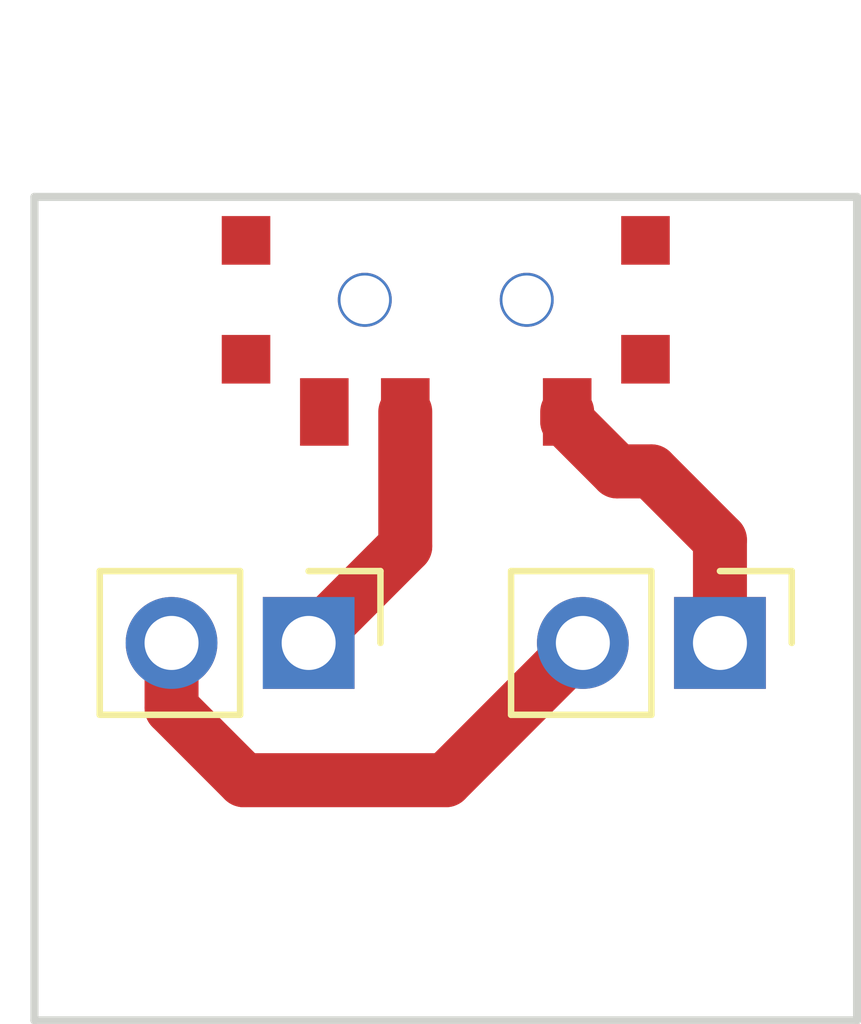
<source format=kicad_pcb>
(kicad_pcb (version 4) (host pcbnew 4.0.7)

  (general
    (links 3)
    (no_connects 0)
    (area 100.835 107.99 117.705 127.075001)
    (thickness 1.6)
    (drawings 4)
    (tracks 11)
    (zones 0)
    (modules 3)
    (nets 4)
  )

  (page A4)
  (layers
    (0 F.Cu signal)
    (31 B.Cu signal)
    (32 B.Adhes user)
    (33 F.Adhes user)
    (34 B.Paste user)
    (35 F.Paste user)
    (36 B.SilkS user)
    (37 F.SilkS user)
    (38 B.Mask user)
    (39 F.Mask user)
    (40 Dwgs.User user)
    (41 Cmts.User user)
    (42 Eco1.User user)
    (43 Eco2.User user)
    (44 Edge.Cuts user)
    (45 Margin user)
    (46 B.CrtYd user)
    (47 F.CrtYd user)
    (48 B.Fab user)
    (49 F.Fab user)
  )

  (setup
    (last_trace_width 1)
    (user_trace_width 1)
    (trace_clearance 0.2)
    (zone_clearance 0.508)
    (zone_45_only no)
    (trace_min 0.2)
    (segment_width 0.2)
    (edge_width 0.15)
    (via_size 0.6)
    (via_drill 0.4)
    (via_min_size 0.4)
    (via_min_drill 0.3)
    (uvia_size 0.3)
    (uvia_drill 0.1)
    (uvias_allowed no)
    (uvia_min_size 0.2)
    (uvia_min_drill 0.1)
    (pcb_text_width 0.3)
    (pcb_text_size 1.5 1.5)
    (mod_edge_width 0.15)
    (mod_text_size 1 1)
    (mod_text_width 0.15)
    (pad_size 1.524 1.524)
    (pad_drill 0.762)
    (pad_to_mask_clearance 0.2)
    (aux_axis_origin 0 0)
    (visible_elements FFFFFF7F)
    (pcbplotparams
      (layerselection 0x010f0_80000001)
      (usegerberextensions false)
      (excludeedgelayer true)
      (linewidth 0.100000)
      (plotframeref false)
      (viasonmask false)
      (mode 1)
      (useauxorigin false)
      (hpglpennumber 1)
      (hpglpenspeed 20)
      (hpglpendiameter 15)
      (hpglpenoverlay 2)
      (psnegative false)
      (psa4output false)
      (plotreference true)
      (plotvalue true)
      (plotinvisibletext false)
      (padsonsilk false)
      (subtractmaskfromsilk false)
      (outputformat 1)
      (mirror false)
      (drillshape 0)
      (scaleselection 1)
      (outputdirectory gerber/))
  )

  (net 0 "")
  (net 1 "Net-(J1-Pad1)")
  (net 2 "Net-(J1-Pad2)")
  (net 3 "Net-(J2-Pad1)")

  (net_class Default "This is the default net class."
    (clearance 0.2)
    (trace_width 0.25)
    (via_dia 0.6)
    (via_drill 0.4)
    (uvia_dia 0.3)
    (uvia_drill 0.1)
    (add_net "Net-(J1-Pad1)")
    (add_net "Net-(J1-Pad2)")
    (add_net "Net-(J2-Pad1)")
  )

  (net_class POWER ""
    (clearance 0.2)
    (trace_width 1)
    (via_dia 0.6)
    (via_drill 0.4)
    (uvia_dia 0.3)
    (uvia_drill 0.1)
  )

  (module E73:SPDT_C128955 (layer F.Cu) (tedit 5BA5227F) (tstamp 5BA5202F)
    (at 109.22 113.665)
    (path /5BA51E87)
    (fp_text reference SW1 (at 0.2 3.65) (layer F.SilkS) hide
      (effects (font (size 1 1) (thickness 0.15)))
    )
    (fp_text value SW_SPDT (at -0.05 -4.7) (layer F.Fab)
      (effects (font (size 1 1) (thickness 0.15)))
    )
    (fp_line (start 0 -3.85) (end 1.9 -3.85) (layer F.Fab) (width 0.15))
    (fp_line (start 1.9 -3.85) (end 1.95 -1.35) (layer F.Fab) (width 0.15))
    (fp_line (start 1.95 -1.35) (end -1.95 -1.35) (layer F.Fab) (width 0.15))
    (fp_line (start -1.95 -1.35) (end -1.95 -3.85) (layer F.Fab) (width 0.15))
    (fp_line (start -1.95 -3.85) (end 0 -3.85) (layer F.Fab) (width 0.15))
    (fp_line (start 0 -1.35) (end -3.3 -1.35) (layer F.Fab) (width 0.15))
    (fp_line (start -3.3 -1.35) (end -3.3 1.5) (layer F.Fab) (width 0.15))
    (fp_line (start -3.3 1.5) (end 3.3 1.5) (layer F.Fab) (width 0.15))
    (fp_line (start 3.3 1.5) (end 3.3 -1.35) (layer F.Fab) (width 0.15))
    (fp_line (start 0 -1.35) (end 3.3 -1.35) (layer F.Fab) (width 0.15))
    (pad "" np_thru_hole circle (at 1.5 0) (size 1 1) (drill 0.9) (layers *.Cu *.Mask))
    (pad "" np_thru_hole circle (at -1.5 0) (size 1 1) (drill 0.9) (layers *.Cu *.Mask))
    (pad 2 smd rect (at -0.75 2.075) (size 0.9 1.25) (layers F.Cu F.Paste F.Mask)
      (net 1 "Net-(J1-Pad1)"))
    (pad 3 smd rect (at -2.25 2.075) (size 0.9 1.25) (layers F.Cu F.Paste F.Mask))
    (pad 1 smd rect (at 2.25 2.075) (size 0.9 1.25) (layers F.Cu F.Paste F.Mask)
      (net 3 "Net-(J2-Pad1)"))
    (pad 0 smd rect (at 3.7 -1.1) (size 0.9 0.9) (layers F.Cu F.Paste F.Mask))
    (pad 0 smd rect (at 3.7 1.1) (size 0.9 0.9) (layers F.Cu F.Paste F.Mask))
    (pad 0 smd rect (at -3.7 1.1) (size 0.9 0.9) (layers F.Cu F.Paste F.Mask))
    (pad 0 smd rect (at -3.7 -1.1) (size 0.9 0.9) (layers F.Cu F.Paste F.Mask))
  )

  (module Pin_Headers:Pin_Header_Straight_1x02_Pitch2.54mm (layer F.Cu) (tedit 5BA52353) (tstamp 5BA5234B)
    (at 106.68 120.015 270)
    (descr "Through hole straight pin header, 1x02, 2.54mm pitch, single row")
    (tags "Through hole pin header THT 1x02 2.54mm single row")
    (path /5BA51F2B)
    (fp_text reference J1 (at 0 -2.33 270) (layer F.SilkS) hide
      (effects (font (size 1 1) (thickness 0.15)))
    )
    (fp_text value Conn_01x02 (at 0 4.87 270) (layer F.Fab)
      (effects (font (size 1 1) (thickness 0.15)))
    )
    (fp_line (start -0.635 -1.27) (end 1.27 -1.27) (layer F.Fab) (width 0.1))
    (fp_line (start 1.27 -1.27) (end 1.27 3.81) (layer F.Fab) (width 0.1))
    (fp_line (start 1.27 3.81) (end -1.27 3.81) (layer F.Fab) (width 0.1))
    (fp_line (start -1.27 3.81) (end -1.27 -0.635) (layer F.Fab) (width 0.1))
    (fp_line (start -1.27 -0.635) (end -0.635 -1.27) (layer F.Fab) (width 0.1))
    (fp_line (start -1.33 3.87) (end 1.33 3.87) (layer F.SilkS) (width 0.12))
    (fp_line (start -1.33 1.27) (end -1.33 3.87) (layer F.SilkS) (width 0.12))
    (fp_line (start 1.33 1.27) (end 1.33 3.87) (layer F.SilkS) (width 0.12))
    (fp_line (start -1.33 1.27) (end 1.33 1.27) (layer F.SilkS) (width 0.12))
    (fp_line (start -1.33 0) (end -1.33 -1.33) (layer F.SilkS) (width 0.12))
    (fp_line (start -1.33 -1.33) (end 0 -1.33) (layer F.SilkS) (width 0.12))
    (fp_line (start -1.8 -1.8) (end -1.8 4.35) (layer F.CrtYd) (width 0.05))
    (fp_line (start -1.8 4.35) (end 1.8 4.35) (layer F.CrtYd) (width 0.05))
    (fp_line (start 1.8 4.35) (end 1.8 -1.8) (layer F.CrtYd) (width 0.05))
    (fp_line (start 1.8 -1.8) (end -1.8 -1.8) (layer F.CrtYd) (width 0.05))
    (fp_text user %R (at 0 1.27 360) (layer F.Fab)
      (effects (font (size 1 1) (thickness 0.15)))
    )
    (pad 1 thru_hole rect (at 0 0 270) (size 1.7 1.7) (drill 1) (layers *.Cu *.Mask)
      (net 1 "Net-(J1-Pad1)"))
    (pad 2 thru_hole oval (at 0 2.54 270) (size 1.7 1.7) (drill 1) (layers *.Cu *.Mask)
      (net 2 "Net-(J1-Pad2)"))
    (model ${KISYS3DMOD}/Pin_Headers.3dshapes/Pin_Header_Straight_1x02_Pitch2.54mm.wrl
      (at (xyz 0 0 0))
      (scale (xyz 1 1 1))
      (rotate (xyz 0 0 0))
    )
  )

  (module Pin_Headers:Pin_Header_Straight_1x02_Pitch2.54mm (layer F.Cu) (tedit 5BA52359) (tstamp 5BA52350)
    (at 114.3 120.015 270)
    (descr "Through hole straight pin header, 1x02, 2.54mm pitch, single row")
    (tags "Through hole pin header THT 1x02 2.54mm single row")
    (path /5BA51ED4)
    (fp_text reference J2 (at 0 -2.33 270) (layer F.SilkS) hide
      (effects (font (size 1 1) (thickness 0.15)))
    )
    (fp_text value Conn_01x02 (at 0 4.87 270) (layer F.Fab)
      (effects (font (size 1 1) (thickness 0.15)))
    )
    (fp_line (start -0.635 -1.27) (end 1.27 -1.27) (layer F.Fab) (width 0.1))
    (fp_line (start 1.27 -1.27) (end 1.27 3.81) (layer F.Fab) (width 0.1))
    (fp_line (start 1.27 3.81) (end -1.27 3.81) (layer F.Fab) (width 0.1))
    (fp_line (start -1.27 3.81) (end -1.27 -0.635) (layer F.Fab) (width 0.1))
    (fp_line (start -1.27 -0.635) (end -0.635 -1.27) (layer F.Fab) (width 0.1))
    (fp_line (start -1.33 3.87) (end 1.33 3.87) (layer F.SilkS) (width 0.12))
    (fp_line (start -1.33 1.27) (end -1.33 3.87) (layer F.SilkS) (width 0.12))
    (fp_line (start 1.33 1.27) (end 1.33 3.87) (layer F.SilkS) (width 0.12))
    (fp_line (start -1.33 1.27) (end 1.33 1.27) (layer F.SilkS) (width 0.12))
    (fp_line (start -1.33 0) (end -1.33 -1.33) (layer F.SilkS) (width 0.12))
    (fp_line (start -1.33 -1.33) (end 0 -1.33) (layer F.SilkS) (width 0.12))
    (fp_line (start -1.8 -1.8) (end -1.8 4.35) (layer F.CrtYd) (width 0.05))
    (fp_line (start -1.8 4.35) (end 1.8 4.35) (layer F.CrtYd) (width 0.05))
    (fp_line (start 1.8 4.35) (end 1.8 -1.8) (layer F.CrtYd) (width 0.05))
    (fp_line (start 1.8 -1.8) (end -1.8 -1.8) (layer F.CrtYd) (width 0.05))
    (fp_text user %R (at 0 1.27 360) (layer F.Fab)
      (effects (font (size 1 1) (thickness 0.15)))
    )
    (pad 1 thru_hole rect (at 0 0 270) (size 1.7 1.7) (drill 1) (layers *.Cu *.Mask)
      (net 3 "Net-(J2-Pad1)"))
    (pad 2 thru_hole oval (at 0 2.54 270) (size 1.7 1.7) (drill 1) (layers *.Cu *.Mask)
      (net 2 "Net-(J1-Pad2)"))
    (model ${KISYS3DMOD}/Pin_Headers.3dshapes/Pin_Header_Straight_1x02_Pitch2.54mm.wrl
      (at (xyz 0 0 0))
      (scale (xyz 1 1 1))
      (rotate (xyz 0 0 0))
    )
  )

  (gr_line (start 101.6 111.76) (end 101.6 127) (layer Edge.Cuts) (width 0.15))
  (gr_line (start 116.84 111.76) (end 101.6 111.76) (layer Edge.Cuts) (width 0.15))
  (gr_line (start 116.84 127) (end 116.84 111.76) (layer Edge.Cuts) (width 0.15))
  (gr_line (start 101.6 127) (end 116.84 127) (layer Edge.Cuts) (width 0.15))

  (segment (start 108.47 115.74) (end 108.47 118.225) (width 1) (layer F.Cu) (net 1))
  (segment (start 108.47 118.225) (end 106.68 120.015) (width 1) (layer F.Cu) (net 1))
  (segment (start 109.22 122.555) (end 111.76 120.015) (width 1) (layer F.Cu) (net 2))
  (segment (start 105.477919 122.555) (end 109.22 122.555) (width 1) (layer F.Cu) (net 2))
  (segment (start 104.14 120.015) (end 104.14 121.217081) (width 1) (layer F.Cu) (net 2))
  (segment (start 104.14 121.217081) (end 105.477919 122.555) (width 1) (layer F.Cu) (net 2))
  (segment (start 112.395 116.84) (end 113.03 116.84) (width 1) (layer F.Cu) (net 3))
  (segment (start 113.03 116.84) (end 114.3 118.11) (width 1) (layer F.Cu) (net 3))
  (segment (start 111.47 115.74) (end 111.47 115.915) (width 1) (layer F.Cu) (net 3))
  (segment (start 111.47 115.915) (end 112.395 116.84) (width 1) (layer F.Cu) (net 3))
  (segment (start 114.3 118.11) (end 114.3 120.015) (width 1) (layer F.Cu) (net 3))

)

</source>
